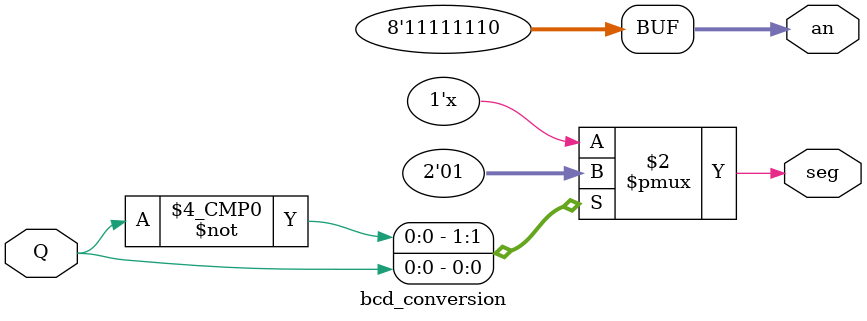
<source format=v>
`timescale 1ns / 1ps


module bcd_conversion(
    input Q,
    output reg seg,
    output [7:0] an
    );
    
     assign an = 8'b11111110;
       always @ *
           begin
               case(Q)
                   4'b0000:seg = 7'b1000000;
                   4'b0001:seg = 7'b1111001;
                   4'b0010:seg = 7'b0100100;
                   4'b0011:seg = 7'b0110000;
                   4'b0100:seg = 7'b0011001;
                   4'b0101:seg = 7'b0010010;
                   4'b0110:seg = 7'b0000010;
                   4'b0111:seg = 7'b1111000;
                   4'b1000:seg = 7'b0000000;
                   4'b1001:seg = 7'b0010000;
                   default:seg = 7'b1111111;
               endcase
           end
    
endmodule

</source>
